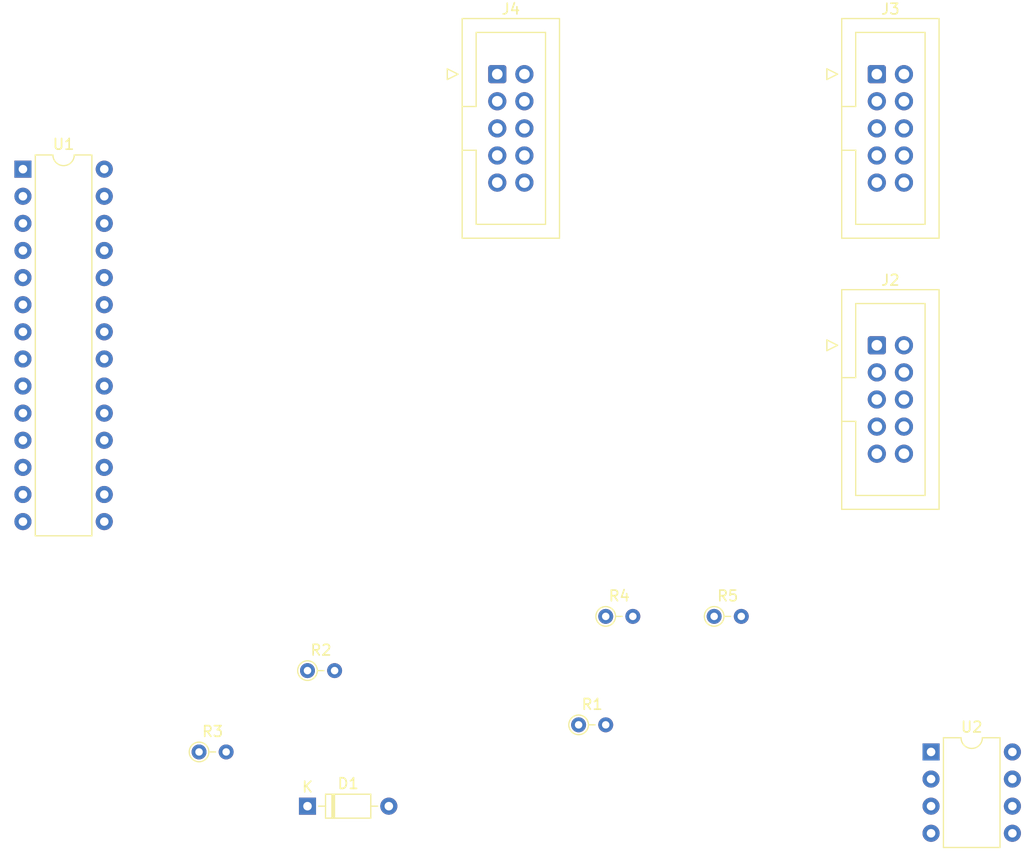
<source format=kicad_pcb>
(kicad_pcb (version 20211014) (generator pcbnew)
  (layers (0 "F.Cu" signal) (31 "B.Cu" signal) (34 "B.Paste" user) (35 "F.Paste" user) (36 "B.SilkS" user "B.Silkscreen") (37 "F.SilkS" user "F.Silkscreen") (38 "B.Mask" user) (39 "F.Mask" user) (44 "Edge.Cuts" user))
  (net 0 "")
  (net 1 "Net-(D1-Pad1)")
  (net 2 "Net-(D1-Pad2)")
  (net 3 "MOSI")
  (net 4 "+5V")
  (net 6 "GND")
  (net 7 "Reset")
  (net 8 "SCK")
  (net 9 "MISO")
  (net 10 "Net-(J3-Pad1)")
  (net 12 "Net-(J3-Pad3)")
  (net 14 "Net-(J3-Pad5)")
  (net 16 "Net-(J3-Pad7)")
  (net 17 "Net-(J3-Pad9)")
  (net 18 "L3")
  (net 22 "L2")
  (net 23 "L1")
  (net 24 "RXD")
  (net 25 "Interrupt")
  (net 26 "Net-(J6-Pad2)")
  (net 27 "TXD")
  (net 28 "Net-(J5-Pad5)")
  (net 29 "Net-(J5-Pad4)")
  (net 30 "Net-(J8-Pad4)")
  (net 34 "Net-(J1-Pad2)")
  (net 35 "Net-(J1-Pad3)")
  (net 36 "Net-(J1-Pad4)")
  (net 37 "SDA")
  (net 38 "SCL")
  (footprint "Connector_IDC:IDC-Header_2x05_P2.54mm_Vertical" (layer "F.Cu") (at 93.98 30.48)
    (fp_text reference "J4" (at 1.27 -6.1) (layer "F.SilkS"))
    (fp_text value "ToeRight")
    (fp_line (start -1.98 -3.91) (end 4.52 -3.91) (layer "F.SilkS") (width 0.12))
    (fp_line (start -4.68 -0.5) (end -4.68 0.5) (layer "F.SilkS") (width 0.12))
    (fp_line (start -1.98 7.13) (end -1.98 7.13) (layer "F.SilkS") (width 0.12))
    (fp_line (start 4.52 14.07) (end -1.98 14.07) (layer "F.SilkS") (width 0.12))
    (fp_line (start -3.29 15.37) (end -3.29 -5.21) (layer "F.SilkS") (width 0.12))
    (fp_line (start -3.29 -5.21) (end 5.83 -5.21) (layer "F.SilkS") (width 0.12))
    (fp_line (start 4.52 -3.91) (end 4.52 14.07) (layer "F.SilkS") (width 0.12))
    (fp_line (start 5.83 15.37) (end -3.29 15.37) (layer "F.SilkS") (width 0.12))
    (fp_line (start -4.68 0.5) (end -3.68 0) (layer "F.SilkS") (width 0.12))
    (fp_line (start -3.68 0) (end -4.68 -0.5) (layer "F.SilkS") (width 0.12))
    (fp_line (start -3.29 3.03) (end -1.98 3.03) (layer "F.SilkS") (width 0.12))
    (fp_line (start 5.83 -5.21) (end 5.83 15.37) (layer "F.SilkS") (width 0.12))
    (fp_line (start -1.98 14.07) (end -1.98 7.13) (layer "F.SilkS") (width 0.12))
    (fp_line (start -1.98 3.03) (end -1.98 -3.91) (layer "F.SilkS") (width 0.12))
    (fp_line (start -1.98 7.13) (end -3.29 7.13) (layer "F.SilkS") (width 0.12))
    (pad "1" thru_hole roundrect (at 0 0) (size 1.7 1.7) (drill 1) (layers *.Cu *.Mask) (roundrect_rratio 0.147059) (net 10 "Net-(J3-Pad1)"))
    (pad "2" thru_hole circle (at 2.54 0) (size 1.7 1.7) (drill 1) (layers *.Cu *.Mask))
    (pad "3" thru_hole circle (at 0 2.54) (size 1.7 1.7) (drill 1) (layers *.Cu *.Mask) (net 12 "Net-(J3-Pad3)"))
    (pad "4" thru_hole circle (at 2.54 2.54) (size 1.7 1.7) (drill 1) (layers *.Cu *.Mask))
    (pad "5" thru_hole circle (at 0 5.08) (size 1.7 1.7) (drill 1) (layers *.Cu *.Mask) (net 14 "Net-(J3-Pad5)"))
    (pad "6" thru_hole circle (at 2.54 5.08) (size 1.7 1.7) (drill 1) (layers *.Cu *.Mask))
    (pad "7" thru_hole circle (at 0 7.62) (size 1.7 1.7) (drill 1) (layers *.Cu *.Mask) (net 16 "Net-(J3-Pad7)"))
    (pad "8" thru_hole circle (at 2.54 7.62) (size 1.7 1.7) (drill 1) (layers *.Cu *.Mask) (net 22 "L2"))
    (pad "9" thru_hole circle (at 0 10.16) (size 1.7 1.7) (drill 1) (layers *.Cu *.Mask) (net 17 "Net-(J3-Pad9)"))
    (pad "10" thru_hole circle (at 2.54 10.16) (size 1.7 1.7) (drill 1) (layers *.Cu *.Mask) (net 23 "L1"))
  )
  (footprint "Connector_IDC:IDC-Header_2x05_P2.54mm_Vertical" (layer "F.Cu") (at 129.54 55.88)
    (fp_text reference "J2" (at 1.27 -6.1) (layer "F.SilkS"))
    (fp_text value "ISP")
    (fp_line (start -4.68 -0.5) (end -4.68 0.5) (layer "F.SilkS") (width 0.12))
    (fp_line (start -3.68 0) (end -4.68 -0.5) (layer "F.SilkS") (width 0.12))
    (fp_line (start -3.29 3.03) (end -1.98 3.03) (layer "F.SilkS") (width 0.12))
    (fp_line (start -3.29 15.37) (end -3.29 -5.21) (layer "F.SilkS") (width 0.12))
    (fp_line (start -1.98 7.13) (end -1.98 7.13) (layer "F.SilkS") (width 0.12))
    (fp_line (start -1.98 -3.91) (end 4.52 -3.91) (layer "F.SilkS") (width 0.12))
    (fp_line (start -1.98 14.07) (end -1.98 7.13) (layer "F.SilkS") (width 0.12))
    (fp_line (start 5.83 -5.21) (end 5.83 15.37) (layer "F.SilkS") (width 0.12))
    (fp_line (start -1.98 7.13) (end -3.29 7.13) (layer "F.SilkS") (width 0.12))
    (fp_line (start -4.68 0.5) (end -3.68 0) (layer "F.SilkS") (width 0.12))
    (fp_line (start 4.52 14.07) (end -1.98 14.07) (layer "F.SilkS") (width 0.12))
    (fp_line (start -3.29 -5.21) (end 5.83 -5.21) (layer "F.SilkS") (width 0.12))
    (fp_line (start 5.83 15.37) (end -3.29 15.37) (layer "F.SilkS") (width 0.12))
    (fp_line (start -1.98 3.03) (end -1.98 -3.91) (layer "F.SilkS") (width 0.12))
    (fp_line (start 4.52 -3.91) (end 4.52 14.07) (layer "F.SilkS") (width 0.12))
    (pad "1" thru_hole roundrect (at 0 0) (size 1.7 1.7) (drill 1) (layers *.Cu *.Mask) (roundrect_rratio 0.147059) (net 3 "MOSI"))
    (pad "2" thru_hole circle (at 2.54 0) (size 1.7 1.7) (drill 1) (layers *.Cu *.Mask) (net 4 "+5V"))
    (pad "3" thru_hole circle (at 0 2.54) (size 1.7 1.7) (drill 1) (layers *.Cu *.Mask))
    (pad "4" thru_hole circle (at 2.54 2.54) (size 1.7 1.7) (drill 1) (layers *.Cu *.Mask) (net 6 "GND"))
    (pad "5" thru_hole circle (at 0 5.08) (size 1.7 1.7) (drill 1) (layers *.Cu *.Mask) (net 7 "Reset"))
    (pad "6" thru_hole circle (at 2.54 5.08) (size 1.7 1.7) (drill 1) (layers *.Cu *.Mask) (net 6 "GND"))
    (pad "7" thru_hole circle (at 0 7.62) (size 1.7 1.7) (drill 1) (layers *.Cu *.Mask) (net 8 "SCK"))
    (pad "8" thru_hole circle (at 2.54 7.62) (size 1.7 1.7) (drill 1) (layers *.Cu *.Mask) (net 6 "GND"))
    (pad "9" thru_hole circle (at 0 10.16) (size 1.7 1.7) (drill 1) (layers *.Cu *.Mask) (net 9 "MISO"))
    (pad "10" thru_hole circle (at 2.54 10.16) (size 1.7 1.7) (drill 1) (layers *.Cu *.Mask) (net 6 "GND"))
  )
  (footprint "Resistor_THT:R_Axial_DIN0204_L3.6mm_D1.6mm_P2.54mm_Vertical" (layer "F.Cu") (at 104.14 81.28)
    (fp_text reference "R4" (at 1.27 -1.92) (layer "F.SilkS"))
    (fp_text value "220")
    (fp_line (start 0.92 0) (end 1.54 0) (layer "F.SilkS") (width 0.12))
    (fp_circle (center 0 0) (end 0.92 0) (layer "F.SilkS") (width 0.12) (fill none))
    (pad "1" thru_hole circle (at 0 0) (size 1.4 1.4) (drill 0.7) (layers *.Cu *.Mask) (net 29 "Net-(J5-Pad4)"))
    (pad "2" thru_hole oval (at 2.54 0) (size 1.4 1.4) (drill 0.7) (layers *.Cu *.Mask) (net 4 "+5V"))
  )
  (footprint "Resistor_THT:R_Axial_DIN0204_L3.6mm_D1.6mm_P2.54mm_Vertical" (layer "F.Cu") (at 66.04 93.98)
    (fp_text reference "R3" (at 1.27 -1.92) (layer "F.SilkS"))
    (fp_text value "220")
    (fp_line (start 0.92 0) (end 1.54 0) (layer "F.SilkS") (width 0.12))
    (fp_circle (center 0 0) (end 0.92 0) (layer "F.SilkS") (width 0.12) (fill none))
    (pad "1" thru_hole circle (at 0 0) (size 1.4 1.4) (drill 0.7) (layers *.Cu *.Mask) (net 27 "TXD"))
    (pad "2" thru_hole oval (at 2.54 0) (size 1.4 1.4) (drill 0.7) (layers *.Cu *.Mask) (net 28 "Net-(J5-Pad5)"))
  )
  (footprint "Resistor_THT:R_Axial_DIN0204_L3.6mm_D1.6mm_P2.54mm_Vertical" (layer "F.Cu") (at 76.2 86.36)
    (fp_text reference "R2" (at 1.27 -1.92) (layer "F.SilkS"))
    (fp_text value "220")
    (fp_line (start 0.92 0) (end 1.54 0) (layer "F.SilkS") (width 0.12))
    (fp_circle (center 0 0) (end 0.92 0) (layer "F.SilkS") (width 0.12) (fill none))
    (pad "1" thru_hole circle (at 0 0) (size 1.4 1.4) (drill 0.7) (layers *.Cu *.Mask) (net 25 "Interrupt"))
    (pad "2" thru_hole oval (at 2.54 0) (size 1.4 1.4) (drill 0.7) (layers *.Cu *.Mask) (net 26 "Net-(J6-Pad2)"))
  )
  (footprint "Package_DIP:DIP-28_W7.62mm" (layer "F.Cu") (at 49.54 39.38)
    (fp_text reference "U1" (at 3.81 -2.33) (layer "F.SilkS"))
    (fp_text value "ATmega48-20P")
    (fp_line (start 1.16 34.35) (end 6.46 34.35) (layer "F.SilkS") (width 0.12))
    (fp_line (start 6.46 -1.33) (end 4.81 -1.33) (layer "F.SilkS") (width 0.12))
    (fp_line (start 2.81 -1.33) (end 1.16 -1.33) (layer "F.SilkS") (width 0.12))
    (fp_line (start 6.46 34.35) (end 6.46 -1.33) (layer "F.SilkS") (width 0.12))
    (fp_line (start 1.16 -1.33) (end 1.16 34.35) (layer "F.SilkS") (width 0.12))
    (fp_arc (start 4.81 -1.33) (mid 3.81 -0.33) (end 2.81 -1.33) (layer "F.SilkS") (width 0.12))
    (pad "1" thru_hole rect (at 0 0) (size 1.6 1.6) (drill 0.8) (layers *.Cu *.Mask) (net 7 "Reset"))
    (pad "2" thru_hole oval (at 0 2.54) (size 1.6 1.6) (drill 0.8) (layers *.Cu *.Mask) (net 24 "RXD"))
    (pad "3" thru_hole oval (at 0 5.08) (size 1.6 1.6) (drill 0.8) (layers *.Cu *.Mask) (net 27 "TXD"))
    (pad "4" thru_hole oval (at 0 7.62) (size 1.6 1.6) (drill 0.8) (layers *.Cu *.Mask))
    (pad "5" thru_hole oval (at 0 10.16) (size 1.6 1.6) (drill 0.8) (layers *.Cu *.Mask) (net 10 "Net-(J3-Pad1)"))
    (pad "6" thru_hole oval (at 0 12.7) (size 1.6 1.6) (drill 0.8) (layers *.Cu *.Mask) (net 12 "Net-(J3-Pad3)"))
    (pad "7" thru_hole oval (at 0 15.24) (size 1.6 1.6) (drill 0.8) (layers *.Cu *.Mask) (net 4 "+5V"))
    (pad "8" thru_hole oval (at 0 17.78) (size 1.6 1.6) (drill 0.8) (layers *.Cu *.Mask) (net 6 "GND"))
    (pad "9" thru_hole oval (at 0 20.32) (size 1.6 1.6) (drill 0.8) (layers *.Cu *.Mask))
    (pad "10" thru_hole oval (at 0 22.86) (size 1.6 1.6) (drill 0.8) (layers *.Cu *.Mask))
    (pad "11" thru_hole oval (at 0 25.4) (size 1.6 1.6) (drill 0.8) (layers *.Cu *.Mask) (net 14 "Net-(J3-Pad5)"))
    (pad "12" thru_hole oval (at 0 27.94) (size 1.6 1.6) (drill 0.8) (layers *.Cu *.Mask) (net 16 "Net-(J3-Pad7)"))
    (pad "13" thru_hole oval (at 0 30.48) (size 1.6 1.6) (drill 0.8) (layers *.Cu *.Mask) (net 17 "Net-(J3-Pad9)"))
    (pad "14" thru_hole oval (at 0 33.02) (size 1.6 1.6) (drill 0.8) (layers *.Cu *.Mask) (net 23 "L1"))
    (pad "15" thru_hole oval (at 7.62 33.02) (size 1.6 1.6) (drill 0.8) (layers *.Cu *.Mask) (net 22 "L2"))
    (pad "16" thru_hole oval (at 7.62 30.48) (size 1.6 1.6) (drill 0.8) (layers *.Cu *.Mask) (net 18 "L3"))
    (pad "17" thru_hole oval (at 7.62 27.94) (size 1.6 1.6) (drill 0.8) (layers *.Cu *.Mask) (net 3 "MOSI"))
    (pad "18" thru_hole oval (at 7.62 25.4) (size 1.6 1.6) (drill 0.8) (layers *.Cu *.Mask) (net 9 "MISO"))
    (pad "19" thru_hole oval (at 7.62 22.86) (size 1.6 1.6) (drill 0.8) (layers *.Cu *.Mask) (net 8 "SCK"))
    (pad "20" thru_hole oval (at 7.62 20.32) (size 1.6 1.6) (drill 0.8) (layers *.Cu *.Mask) (net 4 "+5V"))
    (pad "21" thru_hole oval (at 7.62 17.78) (size 1.6 1.6) (drill 0.8) (layers *.Cu *.Mask) (net 4 "+5V"))
    (pad "22" thru_hole oval (at 7.62 15.24) (size 1.6 1.6) (drill 0.8) (layers *.Cu *.Mask) (net 6 "GND"))
    (pad "23" thru_hole oval (at 7.62 12.7) (size 1.6 1.6) (drill 0.8) (layers *.Cu *.Mask) (net 34 "Net-(J1-Pad2)"))
    (pad "24" thru_hole oval (at 7.62 10.16) (size 1.6 1.6) (drill 0.8) (layers *.Cu *.Mask) (net 35 "Net-(J1-Pad3)"))
    (pad "25" thru_hole oval (at 7.62 7.62) (size 1.6 1.6) (drill 0.8) (layers *.Cu *.Mask) (net 36 "Net-(J1-Pad4)"))
    (pad "26" thru_hole oval (at 7.62 5.08) (size 1.6 1.6) (drill 0.8) (layers *.Cu *.Mask) (net 25 "Interrupt"))
    (pad "27" thru_hole oval (at 7.62 2.54) (size 1.6 1.6) (drill 0.8) (layers *.Cu *.Mask) (net 37 "SDA"))
    (pad "28" thru_hole oval (at 7.62 0) (size 1.6 1.6) (drill 0.8) (layers *.Cu *.Mask) (net 38 "SCL"))
  )
  (footprint "Resistor_THT:R_Axial_DIN0204_L3.6mm_D1.6mm_P2.54mm_Vertical" (layer "F.Cu") (at 101.6 91.44)
    (fp_text reference "R1" (at 1.27 -1.92) (layer "F.SilkS"))
    (fp_text value "10k")
    (fp_line (start 0.92 0) (end 1.54 0) (layer "F.SilkS") (width 0.12))
    (fp_circle (center 0 0) (end 0.92 0) (layer "F.SilkS") (width 0.12) (fill none))
    (pad "1" thru_hole circle (at 0 0) (size 1.4 1.4) (drill 0.7) (layers *.Cu *.Mask) (net 4 "+5V"))
    (pad "2" thru_hole oval (at 2.54 0) (size 1.4 1.4) (drill 0.7) (layers *.Cu *.Mask) (net 24 "RXD"))
  )
  (footprint "Diode_THT:D_DO-35_SOD27_P7.62mm_Horizontal" (layer "F.Cu") (at 76.2 99.06)
    (fp_text reference "D1" (at 3.81 -2.12) (layer "F.SilkS"))
    (fp_text value "1N4148")
    (fp_text user "K" (at 0 -1.8) (layer "F.SilkS"))
    (fp_line (start 2.41 -1.12) (end 2.41 1.12) (layer "F.SilkS") (width 0.12))
    (fp_line (start 5.93 1.12) (end 5.93 -1.12) (layer "F.SilkS") (width 0.12))
    (fp_line (start 6.58 0) (end 5.93 0) (layer "F.SilkS") (width 0.12))
    (fp_line (start 2.29 -1.12) (end 2.29 1.12) (layer "F.SilkS") (width 0.12))
    (fp_line (start 5.93 -1.12) (end 1.69 -1.12) (layer "F.SilkS") (width 0.12))
    (fp_line (start 1.69 1.12) (end 5.93 1.12) (layer "F.SilkS") (width 0.12))
    (fp_line (start 1.04 0) (end 1.69 0) (layer "F.SilkS") (width 0.12))
    (fp_line (start 1.69 -1.12) (end 1.69 1.12) (layer "F.SilkS") (width 0.12))
    (fp_line (start 2.53 -1.12) (end 2.53 1.12) (layer "F.SilkS") (width 0.12))
    (pad "1" thru_hole rect (at 0 0) (size 1.6 1.6) (drill 0.8) (layers *.Cu *.Mask) (net 1 "Net-(D1-Pad1)"))
    (pad "2" thru_hole oval (at 7.62 0) (size 1.6 1.6) (drill 0.8) (layers *.Cu *.Mask) (net 2 "Net-(D1-Pad2)"))
  )
  (footprint "Resistor_THT:R_Axial_DIN0204_L3.6mm_D1.6mm_P2.54mm_Vertical" (layer "F.Cu") (at 114.3 81.28)
    (fp_text reference "R5" (at 1.27 -1.92) (layer "F.SilkS"))
    (fp_text value "220")
    (fp_line (start 0.92 0) (end 1.54 0) (layer "F.SilkS") (width 0.12))
    (fp_circle (center 0 0) (end 0.92 0) (layer "F.SilkS") (width 0.12) (fill none))
    (pad "1" thru_hole circle (at 0 0) (size 1.4 1.4) (drill 0.7) (layers *.Cu *.Mask) (net 30 "Net-(J8-Pad4)"))
    (pad "2" thru_hole oval (at 2.54 0) (size 1.4 1.4) (drill 0.7) (layers *.Cu *.Mask) (net 1 "Net-(D1-Pad1)"))
  )
  (footprint "Package_DIP:DIP-8_W7.62mm" (layer "F.Cu") (at 134.62 93.98)
    (fp_text reference "U2" (at 3.81 -2.33) (layer "F.SilkS"))
    (fp_text value "6N138")
    (fp_line (start 2.81 -1.33) (end 1.16 -1.33) (layer "F.SilkS") (width 0.12))
    (fp_line (start 1.16 8.95) (end 6.46 8.95) (layer "F.SilkS") (width 0.12))
    (fp_line (start 6.46 -1.33) (end 4.81 -1.33) (layer "F.SilkS") (width 0.12))
    (fp_line (start 1.16 -1.33) (end 1.16 8.95) (layer "F.SilkS") (width 0.12))
    (fp_line (start 6.46 8.95) (end 6.46 -1.33) (layer "F.SilkS") (width 0.12))
    (fp_arc (start 4.81 -1.33) (mid 3.81 -0.33) (end 2.81 -1.33) (layer "F.SilkS") (width 0.12))
    (pad "1" thru_hole rect (at 0 0) (size 1.6 1.6) (drill 0.8) (layers *.Cu *.Mask))
    (pad "2" thru_hole oval (at 0 2.54) (size 1.6 1.6) (drill 0.8) (layers *.Cu *.Mask) (net 1 "Net-(D1-Pad1)"))
    (pad "3" thru_hole oval (at 0 5.08) (size 1.6 1.6) (drill 0.8) (layers *.Cu *.Mask) (net 2 "Net-(D1-Pad2)"))
    (pad "4" thru_hole oval (at 0 7.62) (size 1.6 1.6) (drill 0.8) (layers *.Cu *.Mask))
    (pad "5" thru_hole oval (at 7.62 7.62) (size 1.6 1.6) (drill 0.8) (layers *.Cu *.Mask) (net 6 "GND"))
    (pad "6" thru_hole oval (at 7.62 5.08) (size 1.6 1.6) (drill 0.8) (layers *.Cu *.Mask) (net 24 "RXD"))
    (pad "7" thru_hole oval (at 7.62 2.54) (size 1.6 1.6) (drill 0.8) (layers *.Cu *.Mask))
    (pad "8" thru_hole oval (at 7.62 0) (size 1.6 1.6) (drill 0.8) (layers *.Cu *.Mask) (net 4 "+5V"))
  )
  (footprint "Connector_IDC:IDC-Header_2x05_P2.54mm_Vertical" (layer "F.Cu") (at 129.54 30.48)
    (fp_text reference "J3" (at 1.27 -6.1) (layer "F.SilkS"))
    (fp_text value "ToeLeft")
    (fp_line (start 5.83 15.37) (end -3.29 15.37) (layer "F.SilkS") (width 0.12))
    (fp_line (start -3.29 15.37) (end -3.29 -5.21) (layer "F.SilkS") (width 0.12))
    (fp_line (start -1.98 3.03) (end -1.98 -3.91) (layer "F.SilkS") (width 0.12))
    (fp_line (start -4.68 0.5) (end -3.68 0) (layer "F.SilkS") (width 0.12))
    (fp_line (start 4.52 -3.91) (end 4.52 14.07) (layer "F.SilkS") (width 0.12))
    (fp_line (start -4.68 -0.5) (end -4.68 0.5) (layer "F.SilkS") (width 0.12))
    (fp_line (start -1.98 7.13) (end -3.29 7.13) (layer "F.SilkS") (width 0.12))
    (fp_line (start -1.98 7.13) (end -1.98 7.13) (layer "F.SilkS") (width 0.12))
    (fp_line (start -3.29 -5.21) (end 5.83 -5.21) (layer "F.SilkS") (width 0.12))
    (fp_line (start 5.83 -5.21) (end 5.83 15.37) (layer "F.SilkS") (width 0.12))
    (fp_line (start -1.98 -3.91) (end 4.52 -3.91) (layer "F.SilkS") (width 0.12))
    (fp_line (start -3.68 0) (end -4.68 -0.5) (layer "F.SilkS") (width 0.12))
    (fp_line (start -1.98 14.07) (end -1.98 7.13) (layer "F.SilkS") (width 0.12))
    (fp_line (start 4.52 14.07) (end -1.98 14.07) (layer "F.SilkS") (width 0.12))
    (fp_line (start -3.29 3.03) (end -1.98 3.03) (layer "F.SilkS") (width 0.12))
    (pad "1" thru_hole roundrect (at 0 0) (size 1.7 1.7) (drill 1) (layers *.Cu *.Mask) (roundrect_rratio 0.147059) (net 10 "Net-(J3-Pad1)"))
    (pad "2" thru_hole circle (at 2.54 0) (size 1.7 1.7) (drill 1) (layers *.Cu *.Mask))
    (pad "3" thru_hole circle (at 0 2.54) (size 1.7 1.7) (drill 1) (layers *.Cu *.Mask) (net 12 "Net-(J3-Pad3)"))
    (pad "4" thru_hole circle (at 2.54 2.54) (size 1.7 1.7) (drill 1) (layers *.Cu *.Mask))
    (pad "5" thru_hole circle (at 0 5.08) (size 1.7 1.7) (drill 1) (layers *.Cu *.Mask) (net 14 "Net-(J3-Pad5)"))
    (pad "6" thru_hole circle (at 2.54 5.08) (size 1.7 1.7) (drill 1) (layers *.Cu *.Mask))
    (pad "7" thru_hole circle (at 0 7.62) (size 1.7 1.7) (drill 1) (layers *.Cu *.Mask) (net 16 "Net-(J3-Pad7)"))
    (pad "8" thru_hole circle (at 2.54 7.62) (size 1.7 1.7) (drill 1) (layers *.Cu *.Mask) (net 3 "MOSI"))
    (pad "9" thru_hole circle (at 0 10.16) (size 1.7 1.7) (drill 1) (layers *.Cu *.Mask) (net 17 "Net-(J3-Pad9)"))
    (pad "10" thru_hole circle (at 2.54 10.16) (size 1.7 1.7) (drill 1) (layers *.Cu *.Mask) (net 18 "L3"))
  )
)
</source>
